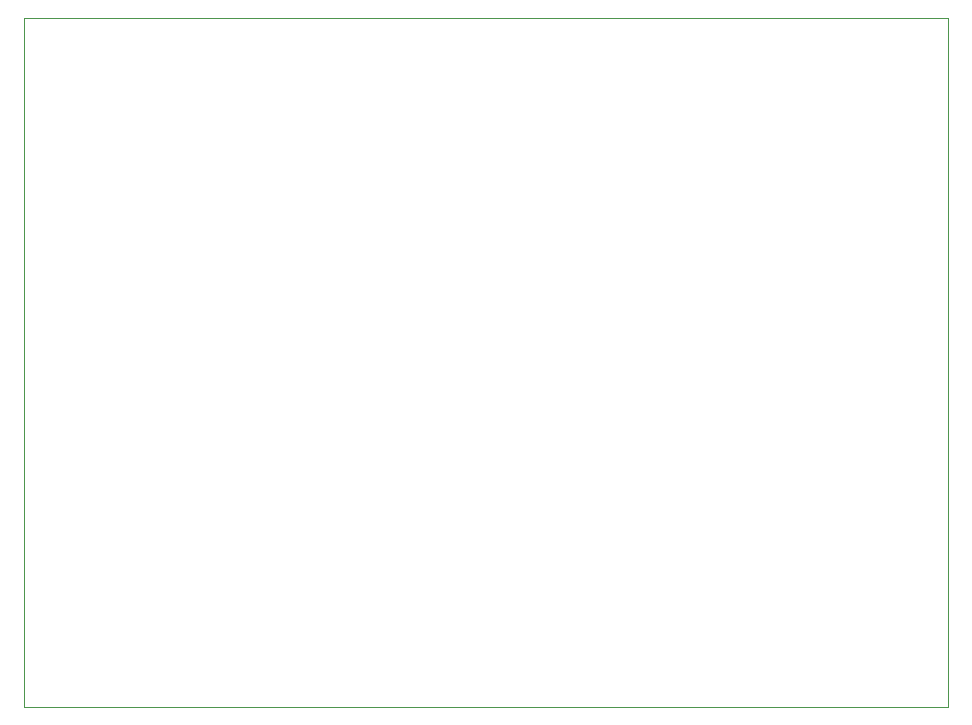
<source format=gbr>
%TF.GenerationSoftware,KiCad,Pcbnew,8.0.9-8.0.9-0~ubuntu24.04.1*%
%TF.CreationDate,2025-04-16T18:13:24-04:00*%
%TF.ProjectId,open_game_module,6f70656e-5f67-4616-9d65-5f6d6f64756c,rev?*%
%TF.SameCoordinates,Original*%
%TF.FileFunction,Profile,NP*%
%FSLAX46Y46*%
G04 Gerber Fmt 4.6, Leading zero omitted, Abs format (unit mm)*
G04 Created by KiCad (PCBNEW 8.0.9-8.0.9-0~ubuntu24.04.1) date 2025-04-16 18:13:24*
%MOMM*%
%LPD*%
G01*
G04 APERTURE LIST*
%TA.AperFunction,Profile*%
%ADD10C,0.050000*%
%TD*%
%TA.AperFunction,Profile*%
%ADD11C,0.100000*%
%TD*%
G04 APERTURE END LIST*
D10*
X170750000Y-125000000D02*
X170697000Y-76013000D01*
X92500000Y-125000000D02*
X170750000Y-125000000D01*
X92500000Y-125000000D02*
X92465000Y-76013000D01*
D11*
%TO.C,J1*%
X92465000Y-76013000D02*
X92465000Y-66615000D01*
D10*
X170697000Y-66615000D02*
X92465000Y-66615000D01*
D11*
X170697000Y-66615000D02*
X170697000Y-76013000D01*
%TD*%
M02*

</source>
